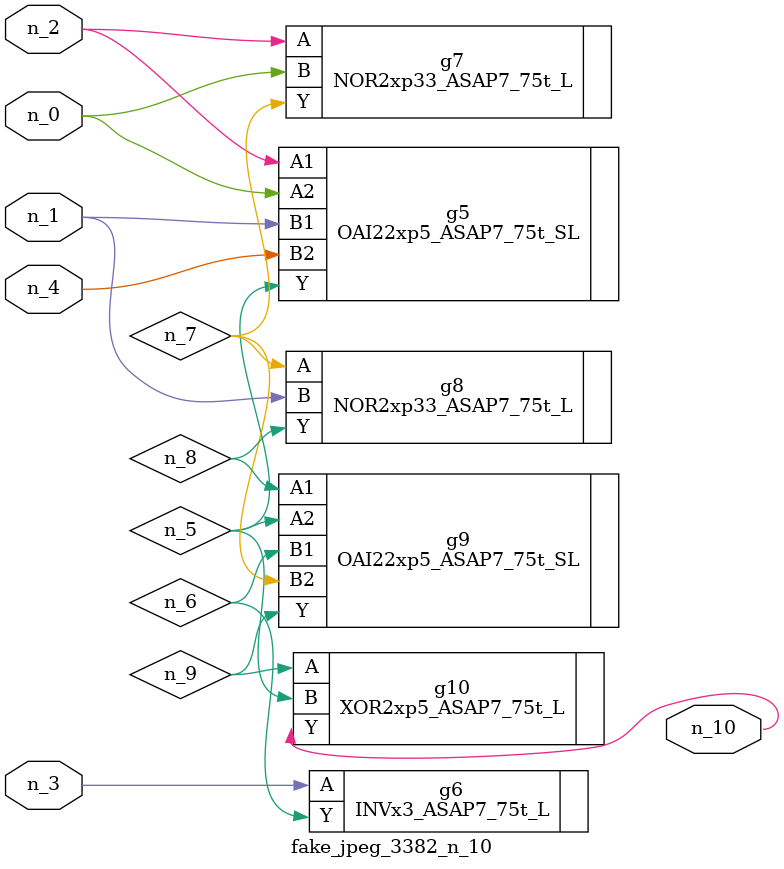
<source format=v>
module fake_jpeg_3382_n_10 (n_3, n_2, n_1, n_0, n_4, n_10);

input n_3;
input n_2;
input n_1;
input n_0;
input n_4;

output n_10;

wire n_8;
wire n_9;
wire n_6;
wire n_5;
wire n_7;

OAI22xp5_ASAP7_75t_SL g5 ( 
.A1(n_2),
.A2(n_0),
.B1(n_1),
.B2(n_4),
.Y(n_5)
);

INVx3_ASAP7_75t_L g6 ( 
.A(n_3),
.Y(n_6)
);

NOR2xp33_ASAP7_75t_L g7 ( 
.A(n_2),
.B(n_0),
.Y(n_7)
);

NOR2xp33_ASAP7_75t_L g8 ( 
.A(n_7),
.B(n_1),
.Y(n_8)
);

OAI22xp5_ASAP7_75t_SL g9 ( 
.A1(n_8),
.A2(n_5),
.B1(n_6),
.B2(n_7),
.Y(n_9)
);

XOR2xp5_ASAP7_75t_L g10 ( 
.A(n_9),
.B(n_5),
.Y(n_10)
);


endmodule
</source>
